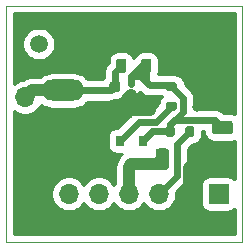
<source format=gbr>
%TF.GenerationSoftware,KiCad,Pcbnew,(5.1.8-0-10_14)*%
%TF.CreationDate,2020-11-27T11:56:29+01:00*%
%TF.ProjectId,Tank_Sender,54616e6b-5f53-4656-9e64-65722e6b6963,rev?*%
%TF.SameCoordinates,Original*%
%TF.FileFunction,Copper,L1,Top*%
%TF.FilePolarity,Positive*%
%FSLAX46Y46*%
G04 Gerber Fmt 4.6, Leading zero omitted, Abs format (unit mm)*
G04 Created by KiCad (PCBNEW (5.1.8-0-10_14)) date 2020-11-27 11:56:29*
%MOMM*%
%LPD*%
G01*
G04 APERTURE LIST*
%TA.AperFunction,Profile*%
%ADD10C,0.050000*%
%TD*%
%TA.AperFunction,ComponentPad*%
%ADD11C,1.500000*%
%TD*%
%TA.AperFunction,ComponentPad*%
%ADD12O,3.600000X1.800000*%
%TD*%
%TA.AperFunction,ComponentPad*%
%ADD13O,1.700000X1.700000*%
%TD*%
%TA.AperFunction,ComponentPad*%
%ADD14R,1.700000X1.700000*%
%TD*%
%TA.AperFunction,SMDPad,CuDef*%
%ADD15R,0.800000X0.900000*%
%TD*%
%TA.AperFunction,SMDPad,CuDef*%
%ADD16R,0.450000X0.600000*%
%TD*%
%TA.AperFunction,ViaPad*%
%ADD17C,0.800000*%
%TD*%
%TA.AperFunction,Conductor*%
%ADD18C,1.000000*%
%TD*%
%TA.AperFunction,Conductor*%
%ADD19C,0.600000*%
%TD*%
%TA.AperFunction,Conductor*%
%ADD20C,0.254000*%
%TD*%
%TA.AperFunction,Conductor*%
%ADD21C,0.100000*%
%TD*%
G04 APERTURE END LIST*
D10*
X145000000Y-93000000D02*
X165000000Y-93000000D01*
X165000000Y-93000000D02*
X165000000Y-73000000D01*
X165000000Y-73000000D02*
X145000000Y-73000000D01*
X145000000Y-73000000D02*
X145000000Y-90000000D01*
X145000000Y-93000000D02*
X145000000Y-90000000D01*
%TO.P,R102,2*%
%TO.N,Net-(C102-Pad1)*%
%TA.AperFunction,SMDPad,CuDef*%
G36*
G01*
X159275000Y-80275000D02*
X158725000Y-80275000D01*
G75*
G02*
X158525000Y-80075000I0J200000D01*
G01*
X158525000Y-79675000D01*
G75*
G02*
X158725000Y-79475000I200000J0D01*
G01*
X159275000Y-79475000D01*
G75*
G02*
X159475000Y-79675000I0J-200000D01*
G01*
X159475000Y-80075000D01*
G75*
G02*
X159275000Y-80275000I-200000J0D01*
G01*
G37*
%TD.AperFunction*%
%TO.P,R102,1*%
%TO.N,Net-(R102-Pad1)*%
%TA.AperFunction,SMDPad,CuDef*%
G36*
G01*
X159275000Y-81925000D02*
X158725000Y-81925000D01*
G75*
G02*
X158525000Y-81725000I0J200000D01*
G01*
X158525000Y-81325000D01*
G75*
G02*
X158725000Y-81125000I200000J0D01*
G01*
X159275000Y-81125000D01*
G75*
G02*
X159475000Y-81325000I0J-200000D01*
G01*
X159475000Y-81725000D01*
G75*
G02*
X159275000Y-81925000I-200000J0D01*
G01*
G37*
%TD.AperFunction*%
%TD*%
%TO.P,R101,2*%
%TO.N,Net-(C102-Pad1)*%
%TA.AperFunction,SMDPad,CuDef*%
G36*
G01*
X159275000Y-83385000D02*
X159275000Y-83935000D01*
G75*
G02*
X159075000Y-84135000I-200000J0D01*
G01*
X158675000Y-84135000D01*
G75*
G02*
X158475000Y-83935000I0J200000D01*
G01*
X158475000Y-83385000D01*
G75*
G02*
X158675000Y-83185000I200000J0D01*
G01*
X159075000Y-83185000D01*
G75*
G02*
X159275000Y-83385000I0J-200000D01*
G01*
G37*
%TD.AperFunction*%
%TO.P,R101,1*%
%TO.N,/GPIO_AD*%
%TA.AperFunction,SMDPad,CuDef*%
G36*
G01*
X160925000Y-83385000D02*
X160925000Y-83935000D01*
G75*
G02*
X160725000Y-84135000I-200000J0D01*
G01*
X160325000Y-84135000D01*
G75*
G02*
X160125000Y-83935000I0J200000D01*
G01*
X160125000Y-83385000D01*
G75*
G02*
X160325000Y-83185000I200000J0D01*
G01*
X160725000Y-83185000D01*
G75*
G02*
X160925000Y-83385000I0J-200000D01*
G01*
G37*
%TD.AperFunction*%
%TD*%
D11*
%TO.P,REF\u002A\u002A,1*%
%TO.N,N/C*%
X147760000Y-76250000D03*
%TD*%
D12*
%TO.P,J103,2*%
%TO.N,/Tank*%
X149800000Y-80190000D03*
%TO.P,J103,1*%
%TO.N,GND*%
%TA.AperFunction,ComponentPad*%
G36*
G01*
X151350000Y-84900000D02*
X148250000Y-84900000D01*
G75*
G02*
X148000000Y-84650000I0J250000D01*
G01*
X148000000Y-83350000D01*
G75*
G02*
X148250000Y-83100000I250000J0D01*
G01*
X151350000Y-83100000D01*
G75*
G02*
X151600000Y-83350000I0J-250000D01*
G01*
X151600000Y-84650000D01*
G75*
G02*
X151350000Y-84900000I-250000J0D01*
G01*
G37*
%TD.AperFunction*%
%TD*%
D13*
%TO.P,J101,7*%
%TO.N,GND*%
X147760000Y-88950000D03*
%TO.P,J101,6*%
%TO.N,N/C*%
X150300000Y-88950000D03*
%TO.P,J101,5*%
X152840000Y-88950000D03*
%TO.P,J101,4*%
%TO.N,/VIN_PROT*%
X155380000Y-88950000D03*
%TO.P,J101,3*%
%TO.N,/GPIO_AD*%
X157920000Y-88950000D03*
%TO.P,J101,2*%
%TO.N,GND*%
X160460000Y-88950000D03*
D14*
%TO.P,J101,1*%
%TO.N,N/C*%
X163000000Y-88950000D03*
%TD*%
D13*
%TO.P,J102,2*%
%TO.N,/Tank*%
X146600000Y-80760000D03*
D14*
%TO.P,J102,1*%
%TO.N,GND*%
X146600000Y-83300000D03*
%TD*%
D15*
%TO.P,U101,3*%
%TO.N,/VIN_PROT*%
X155600000Y-86450000D03*
%TO.P,U101,2*%
%TO.N,Net-(R102-Pad1)*%
X154650000Y-84450000D03*
%TO.P,U101,1*%
%TO.N,Net-(C102-Pad1)*%
X156550000Y-84450000D03*
%TD*%
%TO.P,FB101,2*%
%TO.N,Net-(C102-Pad1)*%
%TA.AperFunction,SMDPad,CuDef*%
G36*
G01*
X156425000Y-78481250D02*
X156425000Y-77718750D01*
G75*
G02*
X156643750Y-77500000I218750J0D01*
G01*
X157081250Y-77500000D01*
G75*
G02*
X157300000Y-77718750I0J-218750D01*
G01*
X157300000Y-78481250D01*
G75*
G02*
X157081250Y-78700000I-218750J0D01*
G01*
X156643750Y-78700000D01*
G75*
G02*
X156425000Y-78481250I0J218750D01*
G01*
G37*
%TD.AperFunction*%
%TO.P,FB101,1*%
%TO.N,/Tank*%
%TA.AperFunction,SMDPad,CuDef*%
G36*
G01*
X154300000Y-78481250D02*
X154300000Y-77718750D01*
G75*
G02*
X154518750Y-77500000I218750J0D01*
G01*
X154956250Y-77500000D01*
G75*
G02*
X155175000Y-77718750I0J-218750D01*
G01*
X155175000Y-78481250D01*
G75*
G02*
X154956250Y-78700000I-218750J0D01*
G01*
X154518750Y-78700000D01*
G75*
G02*
X154300000Y-78481250I0J218750D01*
G01*
G37*
%TD.AperFunction*%
%TD*%
D16*
%TO.P,D101,2*%
%TO.N,GND*%
X157150000Y-81850000D03*
%TO.P,D101,1*%
%TO.N,Net-(C102-Pad1)*%
X157150000Y-79750000D03*
%TD*%
%TO.P,C104,2*%
%TO.N,GND*%
%TA.AperFunction,SMDPad,CuDef*%
G36*
G01*
X153950000Y-80975000D02*
X154450000Y-80975000D01*
G75*
G02*
X154675000Y-81200000I0J-225000D01*
G01*
X154675000Y-81650000D01*
G75*
G02*
X154450000Y-81875000I-225000J0D01*
G01*
X153950000Y-81875000D01*
G75*
G02*
X153725000Y-81650000I0J225000D01*
G01*
X153725000Y-81200000D01*
G75*
G02*
X153950000Y-80975000I225000J0D01*
G01*
G37*
%TD.AperFunction*%
%TO.P,C104,1*%
%TO.N,/Tank*%
%TA.AperFunction,SMDPad,CuDef*%
G36*
G01*
X153950000Y-79425000D02*
X154450000Y-79425000D01*
G75*
G02*
X154675000Y-79650000I0J-225000D01*
G01*
X154675000Y-80100000D01*
G75*
G02*
X154450000Y-80325000I-225000J0D01*
G01*
X153950000Y-80325000D01*
G75*
G02*
X153725000Y-80100000I0J225000D01*
G01*
X153725000Y-79650000D01*
G75*
G02*
X153950000Y-79425000I225000J0D01*
G01*
G37*
%TD.AperFunction*%
%TD*%
%TO.P,C103,2*%
%TO.N,GND*%
%TA.AperFunction,SMDPad,CuDef*%
G36*
G01*
X155430000Y-80300000D02*
X155770000Y-80300000D01*
G75*
G02*
X155910000Y-80440000I0J-140000D01*
G01*
X155910000Y-80720000D01*
G75*
G02*
X155770000Y-80860000I-140000J0D01*
G01*
X155430000Y-80860000D01*
G75*
G02*
X155290000Y-80720000I0J140000D01*
G01*
X155290000Y-80440000D01*
G75*
G02*
X155430000Y-80300000I140000J0D01*
G01*
G37*
%TD.AperFunction*%
%TO.P,C103,1*%
%TO.N,Net-(C102-Pad1)*%
%TA.AperFunction,SMDPad,CuDef*%
G36*
G01*
X155430000Y-79340000D02*
X155770000Y-79340000D01*
G75*
G02*
X155910000Y-79480000I0J-140000D01*
G01*
X155910000Y-79760000D01*
G75*
G02*
X155770000Y-79900000I-140000J0D01*
G01*
X155430000Y-79900000D01*
G75*
G02*
X155290000Y-79760000I0J140000D01*
G01*
X155290000Y-79480000D01*
G75*
G02*
X155430000Y-79340000I140000J0D01*
G01*
G37*
%TD.AperFunction*%
%TD*%
%TO.P,C102,2*%
%TO.N,GND*%
%TA.AperFunction,SMDPad,CuDef*%
G36*
G01*
X162649999Y-85710000D02*
X163950001Y-85710000D01*
G75*
G02*
X164200000Y-85959999I0J-249999D01*
G01*
X164200000Y-86610001D01*
G75*
G02*
X163950001Y-86860000I-249999J0D01*
G01*
X162649999Y-86860000D01*
G75*
G02*
X162400000Y-86610001I0J249999D01*
G01*
X162400000Y-85959999D01*
G75*
G02*
X162649999Y-85710000I249999J0D01*
G01*
G37*
%TD.AperFunction*%
%TO.P,C102,1*%
%TO.N,Net-(C102-Pad1)*%
%TA.AperFunction,SMDPad,CuDef*%
G36*
G01*
X162649999Y-82760000D02*
X163950001Y-82760000D01*
G75*
G02*
X164200000Y-83009999I0J-249999D01*
G01*
X164200000Y-83660001D01*
G75*
G02*
X163950001Y-83910000I-249999J0D01*
G01*
X162649999Y-83910000D01*
G75*
G02*
X162400000Y-83660001I0J249999D01*
G01*
X162400000Y-83009999D01*
G75*
G02*
X162649999Y-82760000I249999J0D01*
G01*
G37*
%TD.AperFunction*%
%TD*%
%TO.P,C101,2*%
%TO.N,GND*%
%TA.AperFunction,SMDPad,CuDef*%
G36*
G01*
X160600000Y-86650001D02*
X160600000Y-85349999D01*
G75*
G02*
X160849999Y-85100000I249999J0D01*
G01*
X161500001Y-85100000D01*
G75*
G02*
X161750000Y-85349999I0J-249999D01*
G01*
X161750000Y-86650001D01*
G75*
G02*
X161500001Y-86900000I-249999J0D01*
G01*
X160849999Y-86900000D01*
G75*
G02*
X160600000Y-86650001I0J249999D01*
G01*
G37*
%TD.AperFunction*%
%TO.P,C101,1*%
%TO.N,/VIN_PROT*%
%TA.AperFunction,SMDPad,CuDef*%
G36*
G01*
X157650000Y-86650001D02*
X157650000Y-85349999D01*
G75*
G02*
X157899999Y-85100000I249999J0D01*
G01*
X158550001Y-85100000D01*
G75*
G02*
X158800000Y-85349999I0J-249999D01*
G01*
X158800000Y-86650001D01*
G75*
G02*
X158550001Y-86900000I-249999J0D01*
G01*
X157899999Y-86900000D01*
G75*
G02*
X157650000Y-86650001I0J249999D01*
G01*
G37*
%TD.AperFunction*%
%TD*%
D17*
%TO.N,GND*%
X147090000Y-78230000D03*
X163750000Y-78360000D03*
X161150000Y-81600000D03*
X163830000Y-74210000D03*
X159750000Y-77750000D03*
X152250000Y-77960000D03*
X147700000Y-92100000D03*
X152900000Y-92100000D03*
X157800000Y-92100000D03*
X163000000Y-92100000D03*
X153500000Y-85500000D03*
X146150000Y-74150000D03*
X152070000Y-74310000D03*
X158080000Y-74240000D03*
%TD*%
D18*
%TO.N,GND*%
X161460000Y-86285000D02*
X161175000Y-86000000D01*
X163300000Y-86285000D02*
X161460000Y-86285000D01*
X161160000Y-86015000D02*
X161175000Y-86000000D01*
X147300000Y-84000000D02*
X146600000Y-83300000D01*
X149800000Y-84000000D02*
X147300000Y-84000000D01*
X160460000Y-86715000D02*
X161175000Y-86000000D01*
X160460000Y-88950000D02*
X160460000Y-86715000D01*
X151285000Y-82515000D02*
X149800000Y-84000000D01*
X160460000Y-89440000D02*
X158800000Y-91100000D01*
X160460000Y-88950000D02*
X160460000Y-89440000D01*
X153110000Y-82515000D02*
X154200000Y-81425000D01*
X151285000Y-82515000D02*
X153110000Y-82515000D01*
X154775010Y-81425000D02*
X155600000Y-80600010D01*
X154200000Y-81425000D02*
X154775010Y-81425000D01*
X155600000Y-81525000D02*
X155600000Y-80600010D01*
X155925000Y-81850000D02*
X155600000Y-81525000D01*
X157150000Y-81850000D02*
X155925000Y-81850000D01*
X158800000Y-91100000D02*
X149590000Y-91100000D01*
X147760000Y-89270000D02*
X147760000Y-88950000D01*
X149590000Y-91100000D02*
X147760000Y-89270000D01*
X147760000Y-86040000D02*
X149800000Y-84000000D01*
X147760000Y-88950000D02*
X147760000Y-86040000D01*
D19*
%TO.N,Net-(R102-Pad1)*%
X157665008Y-82859992D02*
X159000000Y-81525000D01*
X156240008Y-82859992D02*
X157665008Y-82859992D01*
X154650000Y-84450000D02*
X156240008Y-82859992D01*
D18*
%TO.N,/VIN_PROT*%
X155380000Y-86670000D02*
X155600000Y-86450000D01*
X155380000Y-88950000D02*
X155380000Y-86670000D01*
X157775000Y-86450000D02*
X158225000Y-86000000D01*
X155600000Y-86450000D02*
X157775000Y-86450000D01*
D19*
%TO.N,/Tank*%
X149730000Y-80760000D02*
X150300000Y-80190000D01*
D18*
X147170000Y-80190000D02*
X146600000Y-80760000D01*
X149800000Y-80190000D02*
X147170000Y-80190000D01*
D19*
X153885000Y-80190000D02*
X154200000Y-79875000D01*
X149800000Y-80190000D02*
X153885000Y-80190000D01*
X154200000Y-78637500D02*
X154737500Y-78100000D01*
X154200000Y-79875000D02*
X154200000Y-78637500D01*
%TO.N,/GPIO_AD*%
X159459990Y-87410010D02*
X159459990Y-84725010D01*
X159459990Y-84725010D02*
X160525000Y-83660000D01*
X157920000Y-88950000D02*
X159459990Y-87410010D01*
%TO.N,Net-(C102-Pad1)*%
X157340000Y-83660000D02*
X156550000Y-84450000D01*
X163290000Y-83325000D02*
X163300000Y-83335000D01*
X157340000Y-83660000D02*
X158875000Y-83660000D01*
X158875000Y-83050000D02*
X158875000Y-83660000D01*
X162649990Y-82684990D02*
X163300000Y-83335000D01*
X159240010Y-82684990D02*
X162649990Y-82684990D01*
X158875000Y-83050000D02*
X159240010Y-82684990D01*
X155600000Y-78925000D02*
X155600000Y-79600000D01*
X156425000Y-78100000D02*
X155600000Y-78925000D01*
X156862500Y-78100000D02*
X156425000Y-78100000D01*
X156325000Y-78925000D02*
X157150000Y-79750000D01*
X155600000Y-78925000D02*
X156325000Y-78925000D01*
X158875000Y-79750000D02*
X159000000Y-79875000D01*
X157150000Y-79750000D02*
X158875000Y-79750000D01*
X159975010Y-82014954D02*
X158939964Y-83050000D01*
X159975010Y-80850010D02*
X159975010Y-82014954D01*
X158939964Y-83050000D02*
X158875000Y-83050000D01*
X159000000Y-79875000D02*
X159975010Y-80850010D01*
X156862500Y-79462500D02*
X157150000Y-79750000D01*
X156862500Y-78100000D02*
X156862500Y-79462500D01*
X156862500Y-78100000D02*
X156862500Y-78187500D01*
X156325000Y-78725000D02*
X156325000Y-78925000D01*
X156862500Y-78187500D02*
X156325000Y-78725000D01*
%TD*%
D20*
%TO.N,GND*%
X156335498Y-80294180D02*
X156394463Y-80404494D01*
X156473815Y-80501185D01*
X156570506Y-80580537D01*
X156680820Y-80639502D01*
X156800518Y-80675812D01*
X156925000Y-80688072D01*
X157135257Y-80688072D01*
X157149999Y-80689524D01*
X157164741Y-80688072D01*
X157375000Y-80688072D01*
X157406192Y-80685000D01*
X158153589Y-80685000D01*
X158171866Y-80700000D01*
X158132394Y-80732394D01*
X158028169Y-80859392D01*
X157950722Y-81004284D01*
X157903031Y-81161500D01*
X157887935Y-81314776D01*
X157277719Y-81924992D01*
X156285940Y-81924992D01*
X156240008Y-81920468D01*
X156194076Y-81924992D01*
X156056716Y-81938521D01*
X155880468Y-81991985D01*
X155718036Y-82078806D01*
X155575664Y-82195648D01*
X155546378Y-82231333D01*
X154415783Y-83361928D01*
X154250000Y-83361928D01*
X154125518Y-83374188D01*
X154005820Y-83410498D01*
X153895506Y-83469463D01*
X153798815Y-83548815D01*
X153719463Y-83645506D01*
X153660498Y-83755820D01*
X153624188Y-83875518D01*
X153611928Y-84000000D01*
X153611928Y-84900000D01*
X153624188Y-85024482D01*
X153660498Y-85144180D01*
X153719463Y-85254494D01*
X153798815Y-85351185D01*
X153895506Y-85430537D01*
X154005820Y-85489502D01*
X154125518Y-85525812D01*
X154250000Y-85538072D01*
X154761905Y-85538072D01*
X154748815Y-85548815D01*
X154669463Y-85645506D01*
X154610498Y-85755820D01*
X154579232Y-85858889D01*
X154573552Y-85863551D01*
X154431717Y-86036377D01*
X154375384Y-86141770D01*
X154326324Y-86233554D01*
X154261423Y-86447502D01*
X154239509Y-86670000D01*
X154245001Y-86725761D01*
X154245000Y-87984893D01*
X154226525Y-88003368D01*
X154110000Y-88177760D01*
X153993475Y-88003368D01*
X153786632Y-87796525D01*
X153543411Y-87634010D01*
X153273158Y-87522068D01*
X152986260Y-87465000D01*
X152693740Y-87465000D01*
X152406842Y-87522068D01*
X152136589Y-87634010D01*
X151893368Y-87796525D01*
X151686525Y-88003368D01*
X151570000Y-88177760D01*
X151453475Y-88003368D01*
X151246632Y-87796525D01*
X151003411Y-87634010D01*
X150733158Y-87522068D01*
X150446260Y-87465000D01*
X150153740Y-87465000D01*
X149866842Y-87522068D01*
X149596589Y-87634010D01*
X149353368Y-87796525D01*
X149146525Y-88003368D01*
X148984010Y-88246589D01*
X148872068Y-88516842D01*
X148815000Y-88803740D01*
X148815000Y-89096260D01*
X148872068Y-89383158D01*
X148984010Y-89653411D01*
X149146525Y-89896632D01*
X149353368Y-90103475D01*
X149596589Y-90265990D01*
X149866842Y-90377932D01*
X150153740Y-90435000D01*
X150446260Y-90435000D01*
X150733158Y-90377932D01*
X151003411Y-90265990D01*
X151246632Y-90103475D01*
X151453475Y-89896632D01*
X151570000Y-89722240D01*
X151686525Y-89896632D01*
X151893368Y-90103475D01*
X152136589Y-90265990D01*
X152406842Y-90377932D01*
X152693740Y-90435000D01*
X152986260Y-90435000D01*
X153273158Y-90377932D01*
X153543411Y-90265990D01*
X153786632Y-90103475D01*
X153993475Y-89896632D01*
X154110000Y-89722240D01*
X154226525Y-89896632D01*
X154433368Y-90103475D01*
X154676589Y-90265990D01*
X154946842Y-90377932D01*
X155233740Y-90435000D01*
X155526260Y-90435000D01*
X155813158Y-90377932D01*
X156083411Y-90265990D01*
X156326632Y-90103475D01*
X156533475Y-89896632D01*
X156650000Y-89722240D01*
X156766525Y-89896632D01*
X156973368Y-90103475D01*
X157216589Y-90265990D01*
X157486842Y-90377932D01*
X157773740Y-90435000D01*
X158066260Y-90435000D01*
X158353158Y-90377932D01*
X158623411Y-90265990D01*
X158866632Y-90103475D01*
X159073475Y-89896632D01*
X159235990Y-89653411D01*
X159347932Y-89383158D01*
X159405000Y-89096260D01*
X159405000Y-88803740D01*
X159402271Y-88790018D01*
X160088650Y-88103639D01*
X160124334Y-88074354D01*
X160241176Y-87931982D01*
X160327997Y-87769550D01*
X160349949Y-87697182D01*
X160381462Y-87593302D01*
X160399514Y-87410010D01*
X160394990Y-87364075D01*
X160394990Y-85112299D01*
X160735224Y-84772065D01*
X160888500Y-84756969D01*
X161045716Y-84709278D01*
X161190608Y-84631831D01*
X161317606Y-84527606D01*
X161421831Y-84400608D01*
X161499278Y-84255716D01*
X161546969Y-84098500D01*
X161563072Y-83935000D01*
X161563072Y-83619990D01*
X161761928Y-83619990D01*
X161761928Y-83660001D01*
X161778992Y-83833255D01*
X161829528Y-83999851D01*
X161911595Y-84153387D01*
X162022038Y-84287962D01*
X162156613Y-84398405D01*
X162310149Y-84480472D01*
X162476745Y-84531008D01*
X162649999Y-84548072D01*
X163950001Y-84548072D01*
X164123255Y-84531008D01*
X164289851Y-84480472D01*
X164340000Y-84453666D01*
X164340000Y-87696112D01*
X164301185Y-87648815D01*
X164204494Y-87569463D01*
X164094180Y-87510498D01*
X163974482Y-87474188D01*
X163850000Y-87461928D01*
X162150000Y-87461928D01*
X162025518Y-87474188D01*
X161905820Y-87510498D01*
X161795506Y-87569463D01*
X161698815Y-87648815D01*
X161619463Y-87745506D01*
X161560498Y-87855820D01*
X161524188Y-87975518D01*
X161511928Y-88100000D01*
X161511928Y-89800000D01*
X161524188Y-89924482D01*
X161560498Y-90044180D01*
X161619463Y-90154494D01*
X161698815Y-90251185D01*
X161795506Y-90330537D01*
X161905820Y-90389502D01*
X162025518Y-90425812D01*
X162150000Y-90438072D01*
X163850000Y-90438072D01*
X163974482Y-90425812D01*
X164094180Y-90389502D01*
X164204494Y-90330537D01*
X164301185Y-90251185D01*
X164340000Y-90203888D01*
X164340000Y-92340000D01*
X145660000Y-92340000D01*
X145660000Y-81917906D01*
X145896589Y-82075990D01*
X146166842Y-82187932D01*
X146453740Y-82245000D01*
X146746260Y-82245000D01*
X147033158Y-82187932D01*
X147303411Y-82075990D01*
X147546632Y-81913475D01*
X147753475Y-81706632D01*
X147915990Y-81463411D01*
X147945426Y-81392345D01*
X148043073Y-81472481D01*
X148309739Y-81615017D01*
X148599087Y-81702790D01*
X148824592Y-81725000D01*
X150775408Y-81725000D01*
X151000913Y-81702790D01*
X151290261Y-81615017D01*
X151556927Y-81472481D01*
X151790661Y-81280661D01*
X151918408Y-81125000D01*
X153839068Y-81125000D01*
X153885000Y-81129524D01*
X153930932Y-81125000D01*
X154068292Y-81111471D01*
X154244540Y-81058007D01*
X154406972Y-80971186D01*
X154416859Y-80963072D01*
X154450000Y-80963072D01*
X154618377Y-80946488D01*
X154780283Y-80897375D01*
X154929497Y-80817618D01*
X155060284Y-80710284D01*
X155167618Y-80579497D01*
X155208976Y-80502121D01*
X155278206Y-80523122D01*
X155430000Y-80538072D01*
X155585258Y-80538072D01*
X155600000Y-80539524D01*
X155614742Y-80538072D01*
X155770000Y-80538072D01*
X155921794Y-80523122D01*
X156067755Y-80478845D01*
X156202274Y-80406943D01*
X156320180Y-80310180D01*
X156334908Y-80292234D01*
X156335498Y-80294180D01*
%TA.AperFunction,Conductor*%
D21*
G36*
X156335498Y-80294180D02*
G01*
X156394463Y-80404494D01*
X156473815Y-80501185D01*
X156570506Y-80580537D01*
X156680820Y-80639502D01*
X156800518Y-80675812D01*
X156925000Y-80688072D01*
X157135257Y-80688072D01*
X157149999Y-80689524D01*
X157164741Y-80688072D01*
X157375000Y-80688072D01*
X157406192Y-80685000D01*
X158153589Y-80685000D01*
X158171866Y-80700000D01*
X158132394Y-80732394D01*
X158028169Y-80859392D01*
X157950722Y-81004284D01*
X157903031Y-81161500D01*
X157887935Y-81314776D01*
X157277719Y-81924992D01*
X156285940Y-81924992D01*
X156240008Y-81920468D01*
X156194076Y-81924992D01*
X156056716Y-81938521D01*
X155880468Y-81991985D01*
X155718036Y-82078806D01*
X155575664Y-82195648D01*
X155546378Y-82231333D01*
X154415783Y-83361928D01*
X154250000Y-83361928D01*
X154125518Y-83374188D01*
X154005820Y-83410498D01*
X153895506Y-83469463D01*
X153798815Y-83548815D01*
X153719463Y-83645506D01*
X153660498Y-83755820D01*
X153624188Y-83875518D01*
X153611928Y-84000000D01*
X153611928Y-84900000D01*
X153624188Y-85024482D01*
X153660498Y-85144180D01*
X153719463Y-85254494D01*
X153798815Y-85351185D01*
X153895506Y-85430537D01*
X154005820Y-85489502D01*
X154125518Y-85525812D01*
X154250000Y-85538072D01*
X154761905Y-85538072D01*
X154748815Y-85548815D01*
X154669463Y-85645506D01*
X154610498Y-85755820D01*
X154579232Y-85858889D01*
X154573552Y-85863551D01*
X154431717Y-86036377D01*
X154375384Y-86141770D01*
X154326324Y-86233554D01*
X154261423Y-86447502D01*
X154239509Y-86670000D01*
X154245001Y-86725761D01*
X154245000Y-87984893D01*
X154226525Y-88003368D01*
X154110000Y-88177760D01*
X153993475Y-88003368D01*
X153786632Y-87796525D01*
X153543411Y-87634010D01*
X153273158Y-87522068D01*
X152986260Y-87465000D01*
X152693740Y-87465000D01*
X152406842Y-87522068D01*
X152136589Y-87634010D01*
X151893368Y-87796525D01*
X151686525Y-88003368D01*
X151570000Y-88177760D01*
X151453475Y-88003368D01*
X151246632Y-87796525D01*
X151003411Y-87634010D01*
X150733158Y-87522068D01*
X150446260Y-87465000D01*
X150153740Y-87465000D01*
X149866842Y-87522068D01*
X149596589Y-87634010D01*
X149353368Y-87796525D01*
X149146525Y-88003368D01*
X148984010Y-88246589D01*
X148872068Y-88516842D01*
X148815000Y-88803740D01*
X148815000Y-89096260D01*
X148872068Y-89383158D01*
X148984010Y-89653411D01*
X149146525Y-89896632D01*
X149353368Y-90103475D01*
X149596589Y-90265990D01*
X149866842Y-90377932D01*
X150153740Y-90435000D01*
X150446260Y-90435000D01*
X150733158Y-90377932D01*
X151003411Y-90265990D01*
X151246632Y-90103475D01*
X151453475Y-89896632D01*
X151570000Y-89722240D01*
X151686525Y-89896632D01*
X151893368Y-90103475D01*
X152136589Y-90265990D01*
X152406842Y-90377932D01*
X152693740Y-90435000D01*
X152986260Y-90435000D01*
X153273158Y-90377932D01*
X153543411Y-90265990D01*
X153786632Y-90103475D01*
X153993475Y-89896632D01*
X154110000Y-89722240D01*
X154226525Y-89896632D01*
X154433368Y-90103475D01*
X154676589Y-90265990D01*
X154946842Y-90377932D01*
X155233740Y-90435000D01*
X155526260Y-90435000D01*
X155813158Y-90377932D01*
X156083411Y-90265990D01*
X156326632Y-90103475D01*
X156533475Y-89896632D01*
X156650000Y-89722240D01*
X156766525Y-89896632D01*
X156973368Y-90103475D01*
X157216589Y-90265990D01*
X157486842Y-90377932D01*
X157773740Y-90435000D01*
X158066260Y-90435000D01*
X158353158Y-90377932D01*
X158623411Y-90265990D01*
X158866632Y-90103475D01*
X159073475Y-89896632D01*
X159235990Y-89653411D01*
X159347932Y-89383158D01*
X159405000Y-89096260D01*
X159405000Y-88803740D01*
X159402271Y-88790018D01*
X160088650Y-88103639D01*
X160124334Y-88074354D01*
X160241176Y-87931982D01*
X160327997Y-87769550D01*
X160349949Y-87697182D01*
X160381462Y-87593302D01*
X160399514Y-87410010D01*
X160394990Y-87364075D01*
X160394990Y-85112299D01*
X160735224Y-84772065D01*
X160888500Y-84756969D01*
X161045716Y-84709278D01*
X161190608Y-84631831D01*
X161317606Y-84527606D01*
X161421831Y-84400608D01*
X161499278Y-84255716D01*
X161546969Y-84098500D01*
X161563072Y-83935000D01*
X161563072Y-83619990D01*
X161761928Y-83619990D01*
X161761928Y-83660001D01*
X161778992Y-83833255D01*
X161829528Y-83999851D01*
X161911595Y-84153387D01*
X162022038Y-84287962D01*
X162156613Y-84398405D01*
X162310149Y-84480472D01*
X162476745Y-84531008D01*
X162649999Y-84548072D01*
X163950001Y-84548072D01*
X164123255Y-84531008D01*
X164289851Y-84480472D01*
X164340000Y-84453666D01*
X164340000Y-87696112D01*
X164301185Y-87648815D01*
X164204494Y-87569463D01*
X164094180Y-87510498D01*
X163974482Y-87474188D01*
X163850000Y-87461928D01*
X162150000Y-87461928D01*
X162025518Y-87474188D01*
X161905820Y-87510498D01*
X161795506Y-87569463D01*
X161698815Y-87648815D01*
X161619463Y-87745506D01*
X161560498Y-87855820D01*
X161524188Y-87975518D01*
X161511928Y-88100000D01*
X161511928Y-89800000D01*
X161524188Y-89924482D01*
X161560498Y-90044180D01*
X161619463Y-90154494D01*
X161698815Y-90251185D01*
X161795506Y-90330537D01*
X161905820Y-90389502D01*
X162025518Y-90425812D01*
X162150000Y-90438072D01*
X163850000Y-90438072D01*
X163974482Y-90425812D01*
X164094180Y-90389502D01*
X164204494Y-90330537D01*
X164301185Y-90251185D01*
X164340000Y-90203888D01*
X164340000Y-92340000D01*
X145660000Y-92340000D01*
X145660000Y-81917906D01*
X145896589Y-82075990D01*
X146166842Y-82187932D01*
X146453740Y-82245000D01*
X146746260Y-82245000D01*
X147033158Y-82187932D01*
X147303411Y-82075990D01*
X147546632Y-81913475D01*
X147753475Y-81706632D01*
X147915990Y-81463411D01*
X147945426Y-81392345D01*
X148043073Y-81472481D01*
X148309739Y-81615017D01*
X148599087Y-81702790D01*
X148824592Y-81725000D01*
X150775408Y-81725000D01*
X151000913Y-81702790D01*
X151290261Y-81615017D01*
X151556927Y-81472481D01*
X151790661Y-81280661D01*
X151918408Y-81125000D01*
X153839068Y-81125000D01*
X153885000Y-81129524D01*
X153930932Y-81125000D01*
X154068292Y-81111471D01*
X154244540Y-81058007D01*
X154406972Y-80971186D01*
X154416859Y-80963072D01*
X154450000Y-80963072D01*
X154618377Y-80946488D01*
X154780283Y-80897375D01*
X154929497Y-80817618D01*
X155060284Y-80710284D01*
X155167618Y-80579497D01*
X155208976Y-80502121D01*
X155278206Y-80523122D01*
X155430000Y-80538072D01*
X155585258Y-80538072D01*
X155600000Y-80539524D01*
X155614742Y-80538072D01*
X155770000Y-80538072D01*
X155921794Y-80523122D01*
X156067755Y-80478845D01*
X156202274Y-80406943D01*
X156320180Y-80310180D01*
X156334908Y-80292234D01*
X156335498Y-80294180D01*
G37*
%TD.AperFunction*%
D20*
X164340001Y-82216334D02*
X164289851Y-82189528D01*
X164123255Y-82138992D01*
X163950001Y-82121928D01*
X163409217Y-82121928D01*
X163343620Y-82056331D01*
X163314334Y-82020646D01*
X163171962Y-81903804D01*
X163009530Y-81816983D01*
X162833282Y-81763519D01*
X162695922Y-81749990D01*
X162649990Y-81745466D01*
X162604058Y-81749990D01*
X160910010Y-81749990D01*
X160910010Y-80895941D01*
X160914534Y-80850009D01*
X160896481Y-80666717D01*
X160877313Y-80603528D01*
X160843017Y-80490470D01*
X160756196Y-80328038D01*
X160639354Y-80185666D01*
X160603675Y-80156385D01*
X160112065Y-79664776D01*
X160096969Y-79511500D01*
X160049278Y-79354284D01*
X159971831Y-79209392D01*
X159867606Y-79082394D01*
X159740608Y-78978169D01*
X159595716Y-78900722D01*
X159438500Y-78853031D01*
X159275000Y-78836928D01*
X159085980Y-78836928D01*
X159058292Y-78828529D01*
X158920932Y-78815000D01*
X158875000Y-78810476D01*
X158829068Y-78815000D01*
X157869719Y-78815000D01*
X157872850Y-78809142D01*
X157921608Y-78648408D01*
X157938072Y-78481250D01*
X157938072Y-77718750D01*
X157921608Y-77551592D01*
X157872850Y-77390858D01*
X157793671Y-77242725D01*
X157687115Y-77112885D01*
X157557275Y-77006329D01*
X157409142Y-76927150D01*
X157248408Y-76878392D01*
X157081250Y-76861928D01*
X156643750Y-76861928D01*
X156476592Y-76878392D01*
X156315858Y-76927150D01*
X156167725Y-77006329D01*
X156037885Y-77112885D01*
X155931329Y-77242725D01*
X155880992Y-77336898D01*
X155761283Y-77435141D01*
X155747850Y-77390858D01*
X155668671Y-77242725D01*
X155562115Y-77112885D01*
X155432275Y-77006329D01*
X155284142Y-76927150D01*
X155123408Y-76878392D01*
X154956250Y-76861928D01*
X154518750Y-76861928D01*
X154351592Y-76878392D01*
X154190858Y-76927150D01*
X154042725Y-77006329D01*
X153912885Y-77112885D01*
X153806329Y-77242725D01*
X153727150Y-77390858D01*
X153678392Y-77551592D01*
X153661928Y-77718750D01*
X153661928Y-77853283D01*
X153571337Y-77943874D01*
X153535657Y-77973156D01*
X153418815Y-78115528D01*
X153372046Y-78203028D01*
X153331994Y-78277960D01*
X153278529Y-78454209D01*
X153260476Y-78637500D01*
X153265001Y-78683441D01*
X153265001Y-79130757D01*
X153232382Y-79170503D01*
X153187217Y-79255000D01*
X151918408Y-79255000D01*
X151790661Y-79099339D01*
X151556927Y-78907519D01*
X151290261Y-78764983D01*
X151000913Y-78677210D01*
X150775408Y-78655000D01*
X148824592Y-78655000D01*
X148599087Y-78677210D01*
X148309739Y-78764983D01*
X148043073Y-78907519D01*
X147863366Y-79055000D01*
X147225752Y-79055000D01*
X147170000Y-79049509D01*
X147114248Y-79055000D01*
X146947501Y-79071423D01*
X146733553Y-79136324D01*
X146536377Y-79241716D01*
X146495820Y-79275000D01*
X146453740Y-79275000D01*
X146166842Y-79332068D01*
X145896589Y-79444010D01*
X145660000Y-79602094D01*
X145660000Y-76113589D01*
X146375000Y-76113589D01*
X146375000Y-76386411D01*
X146428225Y-76653989D01*
X146532629Y-76906043D01*
X146684201Y-77132886D01*
X146877114Y-77325799D01*
X147103957Y-77477371D01*
X147356011Y-77581775D01*
X147623589Y-77635000D01*
X147896411Y-77635000D01*
X148163989Y-77581775D01*
X148416043Y-77477371D01*
X148642886Y-77325799D01*
X148835799Y-77132886D01*
X148987371Y-76906043D01*
X149091775Y-76653989D01*
X149145000Y-76386411D01*
X149145000Y-76113589D01*
X149091775Y-75846011D01*
X148987371Y-75593957D01*
X148835799Y-75367114D01*
X148642886Y-75174201D01*
X148416043Y-75022629D01*
X148163989Y-74918225D01*
X147896411Y-74865000D01*
X147623589Y-74865000D01*
X147356011Y-74918225D01*
X147103957Y-75022629D01*
X146877114Y-75174201D01*
X146684201Y-75367114D01*
X146532629Y-75593957D01*
X146428225Y-75846011D01*
X146375000Y-76113589D01*
X145660000Y-76113589D01*
X145660000Y-73660000D01*
X164340001Y-73660000D01*
X164340001Y-82216334D01*
%TA.AperFunction,Conductor*%
D21*
G36*
X164340001Y-82216334D02*
G01*
X164289851Y-82189528D01*
X164123255Y-82138992D01*
X163950001Y-82121928D01*
X163409217Y-82121928D01*
X163343620Y-82056331D01*
X163314334Y-82020646D01*
X163171962Y-81903804D01*
X163009530Y-81816983D01*
X162833282Y-81763519D01*
X162695922Y-81749990D01*
X162649990Y-81745466D01*
X162604058Y-81749990D01*
X160910010Y-81749990D01*
X160910010Y-80895941D01*
X160914534Y-80850009D01*
X160896481Y-80666717D01*
X160877313Y-80603528D01*
X160843017Y-80490470D01*
X160756196Y-80328038D01*
X160639354Y-80185666D01*
X160603675Y-80156385D01*
X160112065Y-79664776D01*
X160096969Y-79511500D01*
X160049278Y-79354284D01*
X159971831Y-79209392D01*
X159867606Y-79082394D01*
X159740608Y-78978169D01*
X159595716Y-78900722D01*
X159438500Y-78853031D01*
X159275000Y-78836928D01*
X159085980Y-78836928D01*
X159058292Y-78828529D01*
X158920932Y-78815000D01*
X158875000Y-78810476D01*
X158829068Y-78815000D01*
X157869719Y-78815000D01*
X157872850Y-78809142D01*
X157921608Y-78648408D01*
X157938072Y-78481250D01*
X157938072Y-77718750D01*
X157921608Y-77551592D01*
X157872850Y-77390858D01*
X157793671Y-77242725D01*
X157687115Y-77112885D01*
X157557275Y-77006329D01*
X157409142Y-76927150D01*
X157248408Y-76878392D01*
X157081250Y-76861928D01*
X156643750Y-76861928D01*
X156476592Y-76878392D01*
X156315858Y-76927150D01*
X156167725Y-77006329D01*
X156037885Y-77112885D01*
X155931329Y-77242725D01*
X155880992Y-77336898D01*
X155761283Y-77435141D01*
X155747850Y-77390858D01*
X155668671Y-77242725D01*
X155562115Y-77112885D01*
X155432275Y-77006329D01*
X155284142Y-76927150D01*
X155123408Y-76878392D01*
X154956250Y-76861928D01*
X154518750Y-76861928D01*
X154351592Y-76878392D01*
X154190858Y-76927150D01*
X154042725Y-77006329D01*
X153912885Y-77112885D01*
X153806329Y-77242725D01*
X153727150Y-77390858D01*
X153678392Y-77551592D01*
X153661928Y-77718750D01*
X153661928Y-77853283D01*
X153571337Y-77943874D01*
X153535657Y-77973156D01*
X153418815Y-78115528D01*
X153372046Y-78203028D01*
X153331994Y-78277960D01*
X153278529Y-78454209D01*
X153260476Y-78637500D01*
X153265001Y-78683441D01*
X153265001Y-79130757D01*
X153232382Y-79170503D01*
X153187217Y-79255000D01*
X151918408Y-79255000D01*
X151790661Y-79099339D01*
X151556927Y-78907519D01*
X151290261Y-78764983D01*
X151000913Y-78677210D01*
X150775408Y-78655000D01*
X148824592Y-78655000D01*
X148599087Y-78677210D01*
X148309739Y-78764983D01*
X148043073Y-78907519D01*
X147863366Y-79055000D01*
X147225752Y-79055000D01*
X147170000Y-79049509D01*
X147114248Y-79055000D01*
X146947501Y-79071423D01*
X146733553Y-79136324D01*
X146536377Y-79241716D01*
X146495820Y-79275000D01*
X146453740Y-79275000D01*
X146166842Y-79332068D01*
X145896589Y-79444010D01*
X145660000Y-79602094D01*
X145660000Y-76113589D01*
X146375000Y-76113589D01*
X146375000Y-76386411D01*
X146428225Y-76653989D01*
X146532629Y-76906043D01*
X146684201Y-77132886D01*
X146877114Y-77325799D01*
X147103957Y-77477371D01*
X147356011Y-77581775D01*
X147623589Y-77635000D01*
X147896411Y-77635000D01*
X148163989Y-77581775D01*
X148416043Y-77477371D01*
X148642886Y-77325799D01*
X148835799Y-77132886D01*
X148987371Y-76906043D01*
X149091775Y-76653989D01*
X149145000Y-76386411D01*
X149145000Y-76113589D01*
X149091775Y-75846011D01*
X148987371Y-75593957D01*
X148835799Y-75367114D01*
X148642886Y-75174201D01*
X148416043Y-75022629D01*
X148163989Y-74918225D01*
X147896411Y-74865000D01*
X147623589Y-74865000D01*
X147356011Y-74918225D01*
X147103957Y-75022629D01*
X146877114Y-75174201D01*
X146684201Y-75367114D01*
X146532629Y-75593957D01*
X146428225Y-75846011D01*
X146375000Y-76113589D01*
X145660000Y-76113589D01*
X145660000Y-73660000D01*
X164340001Y-73660000D01*
X164340001Y-82216334D01*
G37*
%TD.AperFunction*%
%TD*%
M02*

</source>
